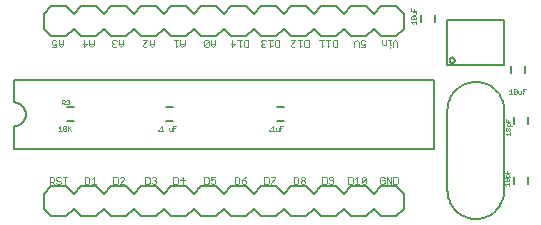
<source format=gto>
G75*
G70*
%OFA0B0*%
%FSLAX24Y24*%
%IPPOS*%
%LPD*%
%AMOC8*
5,1,8,0,0,1.08239X$1,22.5*
%
%ADD10C,0.0020*%
%ADD11C,0.0060*%
%ADD12C,0.0050*%
%ADD13C,0.0010*%
%ADD14C,0.0080*%
D10*
X003581Y004569D02*
X003581Y004789D01*
X003691Y004789D01*
X003728Y004753D01*
X003728Y004679D01*
X003691Y004642D01*
X003581Y004642D01*
X003655Y004642D02*
X003728Y004569D01*
X003802Y004606D02*
X003839Y004569D01*
X003912Y004569D01*
X003949Y004606D01*
X003949Y004642D01*
X003912Y004679D01*
X003839Y004679D01*
X003802Y004716D01*
X003802Y004753D01*
X003839Y004789D01*
X003912Y004789D01*
X003949Y004753D01*
X004023Y004789D02*
X004170Y004789D01*
X004097Y004789D02*
X004097Y004569D01*
X004756Y004573D02*
X004866Y004573D01*
X004903Y004610D01*
X004903Y004756D01*
X004866Y004793D01*
X004756Y004793D01*
X004756Y004573D01*
X004977Y004573D02*
X005124Y004573D01*
X005051Y004573D02*
X005051Y004793D01*
X004977Y004720D01*
X005701Y004793D02*
X005701Y004573D01*
X005811Y004573D01*
X005848Y004610D01*
X005848Y004756D01*
X005811Y004793D01*
X005701Y004793D01*
X005922Y004756D02*
X005959Y004793D01*
X006032Y004793D01*
X006069Y004756D01*
X006069Y004720D01*
X005922Y004573D01*
X006069Y004573D01*
X006764Y004573D02*
X006874Y004573D01*
X006911Y004610D01*
X006911Y004756D01*
X006874Y004793D01*
X006764Y004793D01*
X006764Y004573D01*
X006985Y004610D02*
X007022Y004573D01*
X007095Y004573D01*
X007132Y004610D01*
X007132Y004646D01*
X007095Y004683D01*
X007058Y004683D01*
X007095Y004683D02*
X007132Y004720D01*
X007132Y004756D01*
X007095Y004793D01*
X007022Y004793D01*
X006985Y004756D01*
X007709Y004793D02*
X007709Y004573D01*
X007819Y004573D01*
X007856Y004610D01*
X007856Y004756D01*
X007819Y004793D01*
X007709Y004793D01*
X007930Y004683D02*
X008077Y004683D01*
X008040Y004793D02*
X007930Y004683D01*
X008040Y004573D02*
X008040Y004793D01*
X008733Y004793D02*
X008733Y004573D01*
X008843Y004573D01*
X008879Y004610D01*
X008879Y004756D01*
X008843Y004793D01*
X008733Y004793D01*
X008954Y004793D02*
X008954Y004683D01*
X009027Y004720D01*
X009064Y004720D01*
X009100Y004683D01*
X009100Y004610D01*
X009064Y004573D01*
X008990Y004573D01*
X008954Y004610D01*
X008954Y004793D02*
X009100Y004793D01*
X009756Y004793D02*
X009756Y004573D01*
X009866Y004573D01*
X009903Y004610D01*
X009903Y004756D01*
X009866Y004793D01*
X009756Y004793D01*
X009977Y004683D02*
X010087Y004683D01*
X010124Y004646D01*
X010124Y004610D01*
X010087Y004573D01*
X010014Y004573D01*
X009977Y004610D01*
X009977Y004683D01*
X010051Y004756D01*
X010124Y004793D01*
X010740Y004793D02*
X010740Y004573D01*
X010850Y004573D01*
X010887Y004610D01*
X010887Y004756D01*
X010850Y004793D01*
X010740Y004793D01*
X010961Y004793D02*
X011108Y004793D01*
X011108Y004756D01*
X010961Y004610D01*
X010961Y004573D01*
X011725Y004573D02*
X011835Y004573D01*
X011871Y004610D01*
X011871Y004756D01*
X011835Y004793D01*
X011725Y004793D01*
X011725Y004573D01*
X011946Y004610D02*
X011946Y004646D01*
X011982Y004683D01*
X012056Y004683D01*
X012092Y004646D01*
X012092Y004610D01*
X012056Y004573D01*
X011982Y004573D01*
X011946Y004610D01*
X011982Y004683D02*
X011946Y004720D01*
X011946Y004756D01*
X011982Y004793D01*
X012056Y004793D01*
X012092Y004756D01*
X012092Y004720D01*
X012056Y004683D01*
X012670Y004793D02*
X012670Y004573D01*
X012780Y004573D01*
X012816Y004610D01*
X012816Y004756D01*
X012780Y004793D01*
X012670Y004793D01*
X012891Y004756D02*
X012891Y004720D01*
X012927Y004683D01*
X013037Y004683D01*
X013037Y004610D02*
X013037Y004756D01*
X013001Y004793D01*
X012927Y004793D01*
X012891Y004756D01*
X012891Y004610D02*
X012927Y004573D01*
X013001Y004573D01*
X013037Y004610D01*
X013536Y004573D02*
X013646Y004573D01*
X013682Y004610D01*
X013682Y004756D01*
X013646Y004793D01*
X013536Y004793D01*
X013536Y004573D01*
X013757Y004573D02*
X013903Y004573D01*
X013830Y004573D02*
X013830Y004793D01*
X013757Y004720D01*
X013978Y004756D02*
X014014Y004793D01*
X014088Y004793D01*
X014124Y004756D01*
X013978Y004610D01*
X014014Y004573D01*
X014088Y004573D01*
X014124Y004610D01*
X014124Y004756D01*
X013978Y004756D02*
X013978Y004610D01*
X014599Y004610D02*
X014635Y004573D01*
X014709Y004573D01*
X014745Y004610D01*
X014745Y004683D01*
X014672Y004683D01*
X014599Y004756D02*
X014599Y004610D01*
X014599Y004756D02*
X014635Y004793D01*
X014709Y004793D01*
X014745Y004756D01*
X014820Y004793D02*
X014966Y004573D01*
X014966Y004793D01*
X015041Y004793D02*
X015151Y004793D01*
X015187Y004756D01*
X015187Y004610D01*
X015151Y004573D01*
X015041Y004573D01*
X015041Y004793D01*
X014820Y004793D02*
X014820Y004573D01*
X014912Y009099D02*
X014912Y009136D01*
X014912Y009209D02*
X014912Y009356D01*
X014948Y009356D02*
X014875Y009356D01*
X014801Y009356D02*
X014801Y009209D01*
X014691Y009209D01*
X014654Y009246D01*
X014654Y009356D01*
X014912Y009209D02*
X014948Y009209D01*
X015022Y009136D02*
X015022Y009283D01*
X015096Y009356D01*
X015169Y009283D01*
X015169Y009136D01*
X014106Y009136D02*
X014106Y009246D01*
X014033Y009209D01*
X013996Y009209D01*
X013959Y009246D01*
X013959Y009319D01*
X013996Y009356D01*
X014070Y009356D01*
X014106Y009319D01*
X014106Y009136D02*
X013959Y009136D01*
X013885Y009136D02*
X013885Y009283D01*
X013812Y009356D01*
X013738Y009283D01*
X013738Y009136D01*
X013161Y009136D02*
X013051Y009136D01*
X013015Y009173D01*
X013015Y009319D01*
X013051Y009356D01*
X013161Y009356D01*
X013161Y009136D01*
X012940Y009209D02*
X012867Y009136D01*
X012867Y009356D01*
X012940Y009356D02*
X012794Y009356D01*
X012719Y009356D02*
X012573Y009356D01*
X012646Y009356D02*
X012646Y009136D01*
X012719Y009209D01*
X012216Y009136D02*
X012106Y009136D01*
X012070Y009173D01*
X012070Y009319D01*
X012106Y009356D01*
X012216Y009356D01*
X012216Y009136D01*
X011995Y009209D02*
X011922Y009136D01*
X011922Y009356D01*
X011995Y009356D02*
X011849Y009356D01*
X011774Y009356D02*
X011628Y009209D01*
X011628Y009173D01*
X011664Y009136D01*
X011738Y009136D01*
X011774Y009173D01*
X011774Y009356D02*
X011628Y009356D01*
X011232Y009356D02*
X011232Y009136D01*
X011122Y009136D01*
X011085Y009173D01*
X011085Y009319D01*
X011122Y009356D01*
X011232Y009356D01*
X011011Y009356D02*
X010864Y009356D01*
X010938Y009356D02*
X010938Y009136D01*
X011011Y009209D01*
X010790Y009173D02*
X010754Y009136D01*
X010680Y009136D01*
X010643Y009173D01*
X010643Y009209D01*
X010680Y009246D01*
X010643Y009283D01*
X010643Y009319D01*
X010680Y009356D01*
X010754Y009356D01*
X010790Y009319D01*
X010717Y009246D02*
X010680Y009246D01*
X010209Y009136D02*
X010209Y009356D01*
X010099Y009356D01*
X010062Y009319D01*
X010062Y009173D01*
X010099Y009136D01*
X010209Y009136D01*
X009988Y009209D02*
X009914Y009136D01*
X009914Y009356D01*
X009841Y009356D02*
X009988Y009356D01*
X009767Y009246D02*
X009620Y009246D01*
X009657Y009356D02*
X009657Y009136D01*
X009767Y009246D01*
X009106Y009246D02*
X008959Y009246D01*
X008959Y009209D02*
X008959Y009356D01*
X008885Y009319D02*
X008738Y009173D01*
X008738Y009319D01*
X008775Y009356D01*
X008849Y009356D01*
X008885Y009319D01*
X008885Y009173D01*
X008849Y009136D01*
X008775Y009136D01*
X008738Y009173D01*
X008959Y009209D02*
X009033Y009136D01*
X009106Y009209D01*
X009106Y009356D01*
X008083Y009356D02*
X008083Y009209D01*
X008009Y009136D01*
X007936Y009209D01*
X007936Y009356D01*
X007862Y009356D02*
X007715Y009356D01*
X007788Y009356D02*
X007788Y009136D01*
X007862Y009209D01*
X007936Y009246D02*
X008083Y009246D01*
X007059Y009246D02*
X006912Y009246D01*
X006912Y009209D02*
X006912Y009356D01*
X006838Y009356D02*
X006691Y009209D01*
X006691Y009173D01*
X006728Y009136D01*
X006801Y009136D01*
X006838Y009173D01*
X006912Y009209D02*
X006986Y009136D01*
X007059Y009209D01*
X007059Y009356D01*
X006838Y009356D02*
X006691Y009356D01*
X006035Y009356D02*
X006035Y009209D01*
X005962Y009136D01*
X005889Y009209D01*
X005889Y009356D01*
X005814Y009319D02*
X005778Y009356D01*
X005704Y009356D01*
X005668Y009319D01*
X005668Y009283D01*
X005704Y009246D01*
X005741Y009246D01*
X005704Y009246D02*
X005668Y009209D01*
X005668Y009173D01*
X005704Y009136D01*
X005778Y009136D01*
X005814Y009173D01*
X005889Y009246D02*
X006035Y009246D01*
X005051Y009246D02*
X004904Y009246D01*
X004904Y009209D02*
X004904Y009356D01*
X004830Y009246D02*
X004683Y009246D01*
X004720Y009356D02*
X004720Y009136D01*
X004830Y009246D01*
X004904Y009209D02*
X004978Y009136D01*
X005051Y009209D01*
X005051Y009356D01*
X004027Y009356D02*
X004027Y009209D01*
X003954Y009136D01*
X003881Y009209D01*
X003881Y009356D01*
X003806Y009319D02*
X003770Y009356D01*
X003696Y009356D01*
X003660Y009319D01*
X003660Y009246D01*
X003696Y009209D01*
X003733Y009209D01*
X003806Y009246D01*
X003806Y009136D01*
X003660Y009136D01*
X003881Y009246D02*
X004027Y009246D01*
D11*
X002387Y008035D02*
X002387Y007285D01*
X002426Y007283D01*
X002465Y007277D01*
X002503Y007268D01*
X002540Y007255D01*
X002576Y007238D01*
X002609Y007218D01*
X002641Y007194D01*
X002670Y007168D01*
X002696Y007139D01*
X002720Y007107D01*
X002740Y007074D01*
X002757Y007038D01*
X002770Y007001D01*
X002779Y006963D01*
X002785Y006924D01*
X002787Y006885D01*
X002785Y006846D01*
X002779Y006807D01*
X002770Y006769D01*
X002757Y006732D01*
X002740Y006696D01*
X002720Y006663D01*
X002696Y006631D01*
X002670Y006602D01*
X002641Y006576D01*
X002609Y006552D01*
X002576Y006532D01*
X002540Y006515D01*
X002503Y006502D01*
X002465Y006493D01*
X002426Y006487D01*
X002387Y006485D01*
X002387Y005735D01*
X016387Y005735D01*
X016387Y008035D01*
X002387Y008035D01*
X004169Y007121D02*
X004405Y007121D01*
X004405Y006649D02*
X004169Y006649D01*
X007469Y006649D02*
X007705Y006649D01*
X007705Y007121D02*
X007469Y007121D01*
X011169Y007121D02*
X011405Y007121D01*
X011405Y006649D02*
X011169Y006649D01*
X015951Y009967D02*
X015951Y010203D01*
X016423Y010203D02*
X016423Y009967D01*
X018951Y008503D02*
X018951Y008267D01*
X019423Y008267D02*
X019423Y008503D01*
X019523Y006803D02*
X019523Y006567D01*
X019051Y006567D02*
X019051Y006803D01*
X019051Y004803D02*
X019051Y004567D01*
X019523Y004567D02*
X019523Y004803D01*
D12*
X018732Y004346D02*
X018732Y007023D01*
X018730Y007084D01*
X018724Y007144D01*
X018715Y007204D01*
X018701Y007263D01*
X018684Y007321D01*
X018663Y007378D01*
X018638Y007433D01*
X018610Y007487D01*
X018579Y007539D01*
X018544Y007588D01*
X018507Y007636D01*
X018466Y007680D01*
X018422Y007723D01*
X018376Y007762D01*
X018328Y007798D01*
X018277Y007831D01*
X018224Y007861D01*
X018170Y007887D01*
X018113Y007910D01*
X018056Y007929D01*
X017997Y007944D01*
X017938Y007956D01*
X017878Y007964D01*
X017817Y007968D01*
X017757Y007968D01*
X017696Y007964D01*
X017636Y007956D01*
X017577Y007944D01*
X017518Y007929D01*
X017461Y007910D01*
X017404Y007887D01*
X017350Y007861D01*
X017297Y007831D01*
X017246Y007798D01*
X017198Y007762D01*
X017152Y007723D01*
X017108Y007680D01*
X017067Y007636D01*
X017030Y007588D01*
X016995Y007539D01*
X016964Y007487D01*
X016936Y007433D01*
X016911Y007378D01*
X016890Y007321D01*
X016873Y007263D01*
X016859Y007204D01*
X016850Y007144D01*
X016844Y007084D01*
X016842Y007023D01*
X016842Y007063D02*
X016842Y004346D01*
X016844Y004285D01*
X016850Y004225D01*
X016859Y004165D01*
X016873Y004106D01*
X016890Y004048D01*
X016911Y003991D01*
X016936Y003936D01*
X016964Y003882D01*
X016995Y003830D01*
X017030Y003781D01*
X017067Y003733D01*
X017108Y003689D01*
X017152Y003646D01*
X017198Y003607D01*
X017246Y003571D01*
X017297Y003538D01*
X017350Y003508D01*
X017404Y003482D01*
X017461Y003459D01*
X017518Y003440D01*
X017577Y003425D01*
X017636Y003413D01*
X017696Y003405D01*
X017757Y003401D01*
X017817Y003401D01*
X017878Y003405D01*
X017938Y003413D01*
X017997Y003425D01*
X018056Y003440D01*
X018113Y003459D01*
X018170Y003482D01*
X018224Y003508D01*
X018277Y003538D01*
X018328Y003571D01*
X018376Y003607D01*
X018422Y003646D01*
X018466Y003689D01*
X018507Y003733D01*
X018544Y003781D01*
X018579Y003830D01*
X018610Y003882D01*
X018638Y003936D01*
X018663Y003991D01*
X018684Y004048D01*
X018701Y004106D01*
X018715Y004165D01*
X018724Y004225D01*
X018730Y004285D01*
X018732Y004346D01*
X018732Y008537D02*
X016842Y008537D01*
X016842Y010033D01*
X018732Y010033D01*
X018732Y008537D01*
X016912Y008694D02*
X016914Y008712D01*
X016920Y008730D01*
X016929Y008746D01*
X016941Y008759D01*
X016956Y008770D01*
X016973Y008778D01*
X016991Y008782D01*
X017009Y008782D01*
X017027Y008778D01*
X017044Y008770D01*
X017059Y008759D01*
X017071Y008746D01*
X017080Y008730D01*
X017086Y008712D01*
X017088Y008694D01*
X017086Y008676D01*
X017080Y008658D01*
X017071Y008642D01*
X017059Y008629D01*
X017044Y008618D01*
X017027Y008610D01*
X017009Y008606D01*
X016991Y008606D01*
X016973Y008610D01*
X016956Y008618D01*
X016941Y008629D01*
X016929Y008642D01*
X016920Y008658D01*
X016914Y008676D01*
X016912Y008694D01*
D13*
X015792Y009901D02*
X015792Y010001D01*
X015792Y009951D02*
X015642Y009951D01*
X015692Y009901D01*
X015667Y010048D02*
X015642Y010073D01*
X015642Y010123D01*
X015667Y010148D01*
X015767Y010048D01*
X015792Y010073D01*
X015792Y010123D01*
X015767Y010148D01*
X015667Y010148D01*
X015692Y010195D02*
X015767Y010195D01*
X015792Y010220D01*
X015792Y010295D01*
X015692Y010295D01*
X015717Y010343D02*
X015717Y010393D01*
X015642Y010343D02*
X015642Y010443D01*
X015642Y010343D02*
X015792Y010343D01*
X015767Y010048D02*
X015667Y010048D01*
X018903Y007680D02*
X018953Y007730D01*
X018953Y007580D01*
X018903Y007580D02*
X019003Y007580D01*
X019050Y007605D02*
X019150Y007705D01*
X019150Y007605D01*
X019125Y007580D01*
X019075Y007580D01*
X019050Y007605D01*
X019050Y007705D01*
X019075Y007730D01*
X019125Y007730D01*
X019150Y007705D01*
X019197Y007680D02*
X019197Y007605D01*
X019222Y007580D01*
X019298Y007580D01*
X019298Y007680D01*
X019345Y007655D02*
X019395Y007655D01*
X019345Y007730D02*
X019445Y007730D01*
X019345Y007730D02*
X019345Y007580D01*
X018782Y006732D02*
X018782Y006632D01*
X018932Y006632D01*
X018907Y006585D02*
X018932Y006560D01*
X018932Y006485D01*
X018982Y006485D02*
X018832Y006485D01*
X018832Y006560D01*
X018857Y006585D01*
X018907Y006585D01*
X018857Y006632D02*
X018857Y006682D01*
X018882Y006437D02*
X018907Y006437D01*
X018932Y006412D01*
X018932Y006362D01*
X018907Y006337D01*
X018882Y006337D01*
X018857Y006362D01*
X018857Y006412D01*
X018882Y006437D01*
X018857Y006412D02*
X018832Y006437D01*
X018807Y006437D01*
X018782Y006412D01*
X018782Y006362D01*
X018807Y006337D01*
X018832Y006337D01*
X018857Y006362D01*
X018932Y006290D02*
X018932Y006190D01*
X018932Y006240D02*
X018782Y006240D01*
X018832Y006190D01*
X018742Y005043D02*
X018742Y004943D01*
X018892Y004943D01*
X018867Y004895D02*
X018892Y004870D01*
X018892Y004795D01*
X018942Y004795D02*
X018792Y004795D01*
X018792Y004870D01*
X018817Y004895D01*
X018867Y004895D01*
X018817Y004943D02*
X018817Y004993D01*
X018792Y004748D02*
X018817Y004723D01*
X018817Y004673D01*
X018792Y004648D01*
X018767Y004648D01*
X018742Y004673D01*
X018742Y004723D01*
X018767Y004748D01*
X018792Y004748D01*
X018817Y004723D02*
X018842Y004748D01*
X018867Y004748D01*
X018892Y004723D01*
X018892Y004673D01*
X018867Y004648D01*
X018842Y004648D01*
X018817Y004673D01*
X018892Y004601D02*
X018892Y004501D01*
X018892Y004551D02*
X018742Y004551D01*
X018792Y004501D01*
X011360Y006490D02*
X011260Y006490D01*
X011260Y006340D01*
X011213Y006340D02*
X011213Y006440D01*
X011260Y006415D02*
X011310Y006415D01*
X011213Y006340D02*
X011138Y006340D01*
X011113Y006365D01*
X011113Y006440D01*
X011016Y006490D02*
X011016Y006340D01*
X010966Y006340D02*
X011066Y006340D01*
X010966Y006440D02*
X011016Y006490D01*
X010917Y006365D02*
X010917Y006340D01*
X010892Y006340D01*
X010892Y006365D01*
X010917Y006365D01*
X007808Y006490D02*
X007708Y006490D01*
X007708Y006340D01*
X007660Y006340D02*
X007660Y006440D01*
X007708Y006415D02*
X007758Y006415D01*
X007660Y006340D02*
X007585Y006340D01*
X007560Y006365D01*
X007560Y006440D01*
X007366Y006340D02*
X007266Y006340D01*
X007217Y006340D02*
X007192Y006340D01*
X007192Y006365D01*
X007217Y006365D01*
X007217Y006340D01*
X007316Y006340D02*
X007316Y006490D01*
X007266Y006440D01*
X004287Y006490D02*
X004187Y006390D01*
X004212Y006415D02*
X004287Y006340D01*
X004187Y006340D02*
X004187Y006490D01*
X004139Y006465D02*
X004039Y006365D01*
X004064Y006340D01*
X004114Y006340D01*
X004139Y006365D01*
X004139Y006465D01*
X004114Y006490D01*
X004064Y006490D01*
X004039Y006465D01*
X004039Y006365D01*
X003992Y006340D02*
X003892Y006340D01*
X003942Y006340D02*
X003942Y006490D01*
X003892Y006440D01*
X003992Y007215D02*
X003992Y007365D01*
X004067Y007365D01*
X004092Y007340D01*
X004092Y007290D01*
X004067Y007265D01*
X003992Y007265D01*
X004042Y007265D02*
X004092Y007215D01*
X004139Y007240D02*
X004164Y007215D01*
X004214Y007215D01*
X004239Y007240D01*
X004239Y007265D01*
X004214Y007290D01*
X004189Y007290D01*
X004214Y007290D02*
X004239Y007315D01*
X004239Y007340D01*
X004214Y007365D01*
X004164Y007365D01*
X004139Y007340D01*
D14*
X003387Y003735D02*
X003637Y003485D01*
X004137Y003485D01*
X004387Y003735D01*
X004637Y003485D01*
X005137Y003485D01*
X005387Y003735D01*
X005637Y003485D01*
X006137Y003485D01*
X006387Y003735D01*
X006637Y003485D01*
X007137Y003485D01*
X007387Y003735D01*
X007637Y003485D01*
X008137Y003485D01*
X008387Y003735D01*
X008637Y003485D01*
X009137Y003485D01*
X009387Y003735D01*
X009637Y003485D01*
X010137Y003485D01*
X010387Y003735D01*
X010637Y003485D01*
X011137Y003485D01*
X011387Y003735D01*
X011637Y003485D01*
X012137Y003485D01*
X012387Y003735D01*
X012637Y003485D01*
X013137Y003485D01*
X013387Y003735D01*
X013637Y003485D01*
X014137Y003485D01*
X014387Y003735D01*
X014637Y003485D01*
X015137Y003485D01*
X015387Y003735D01*
X015387Y004235D01*
X015137Y004485D01*
X014637Y004485D01*
X014387Y004235D01*
X014137Y004485D01*
X013637Y004485D01*
X013387Y004235D01*
X013137Y004485D01*
X012637Y004485D01*
X012387Y004235D01*
X012137Y004485D01*
X011637Y004485D01*
X011387Y004235D01*
X011137Y004485D01*
X010637Y004485D01*
X010387Y004235D01*
X010137Y004485D01*
X009637Y004485D01*
X009387Y004235D01*
X009137Y004485D01*
X008637Y004485D01*
X008387Y004235D01*
X008137Y004485D01*
X007637Y004485D01*
X007387Y004235D01*
X007137Y004485D01*
X006637Y004485D01*
X006387Y004235D01*
X006137Y004485D01*
X005637Y004485D01*
X005387Y004235D01*
X005137Y004485D01*
X004637Y004485D01*
X004387Y004235D01*
X004137Y004485D01*
X003637Y004485D01*
X003387Y004235D01*
X003387Y003735D01*
X003637Y009485D02*
X004137Y009485D01*
X004387Y009735D01*
X004637Y009485D01*
X005137Y009485D01*
X005387Y009735D01*
X005637Y009485D01*
X006137Y009485D01*
X006387Y009735D01*
X006637Y009485D01*
X007137Y009485D01*
X007387Y009735D01*
X007637Y009485D01*
X008137Y009485D01*
X008387Y009735D01*
X008637Y009485D01*
X009137Y009485D01*
X009387Y009735D01*
X009637Y009485D01*
X010137Y009485D01*
X010387Y009735D01*
X010637Y009485D01*
X011137Y009485D01*
X011387Y009735D01*
X011637Y009485D01*
X012137Y009485D01*
X012387Y009735D01*
X012637Y009485D01*
X013137Y009485D01*
X013387Y009735D01*
X013637Y009485D01*
X014137Y009485D01*
X014387Y009735D01*
X014637Y009485D01*
X015137Y009485D01*
X015387Y009735D01*
X015387Y010235D01*
X015137Y010485D01*
X014637Y010485D01*
X014387Y010235D01*
X014137Y010485D01*
X013637Y010485D01*
X013387Y010235D01*
X013137Y010485D01*
X012637Y010485D01*
X012387Y010235D01*
X012137Y010485D01*
X011637Y010485D01*
X011387Y010235D01*
X011137Y010485D01*
X010637Y010485D01*
X010387Y010235D01*
X010137Y010485D01*
X009637Y010485D01*
X009387Y010235D01*
X009137Y010485D01*
X008637Y010485D01*
X008387Y010235D01*
X008137Y010485D01*
X007637Y010485D01*
X007387Y010235D01*
X007137Y010485D01*
X006637Y010485D01*
X006387Y010235D01*
X006137Y010485D01*
X005637Y010485D01*
X005387Y010235D01*
X005137Y010485D01*
X004637Y010485D01*
X004387Y010235D01*
X004137Y010485D01*
X003637Y010485D01*
X003387Y010235D01*
X003387Y009735D01*
X003637Y009485D01*
M02*

</source>
